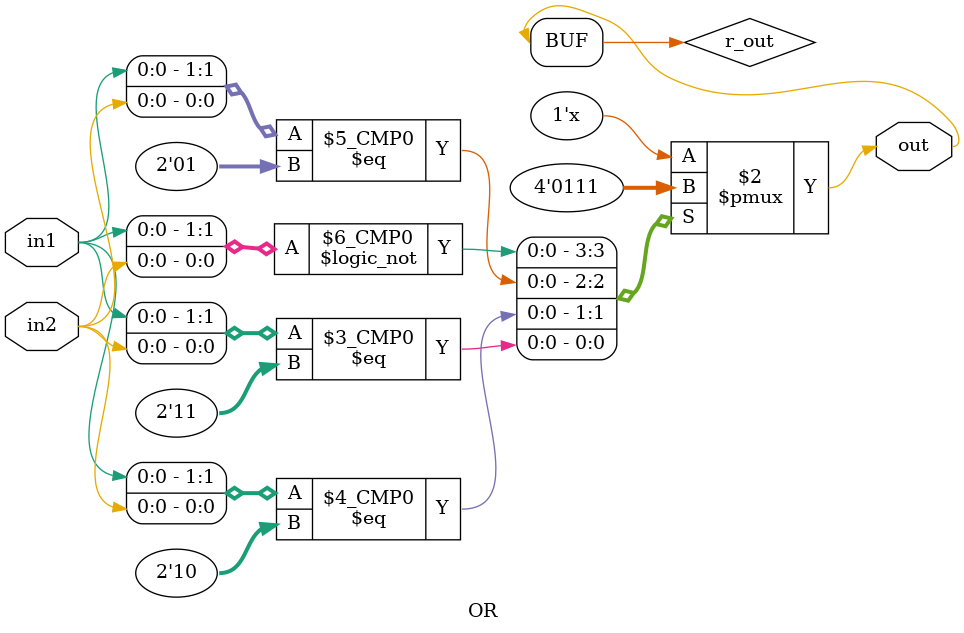
<source format=v>
module OR(output out, input in1, in2);
  reg r_out;
  assign out = r_out;
  always@(in1, in2)
    begin
      case({in1,in2})
        2'b00: out = 1'b0;
        2'b01: out = 1'b1;
        2'b10: out = 1'b1;
        2'b11: out = 1'b1;
        default: out = 1'b0;
      endcase
    end
endmodule

</source>
